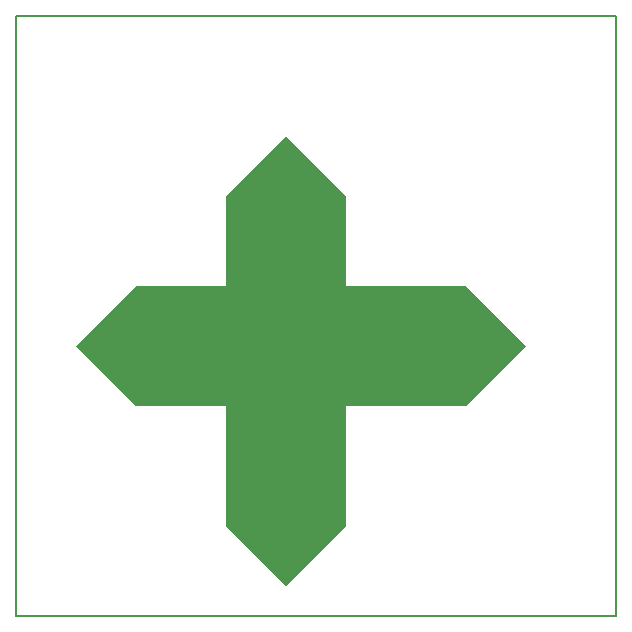
<source format=gtl>
G04 Format statement*
%FSLAX23Y23*%
%MOIN*%
G04 Apeture information*
%ADD10C,.003*%
%ADD11C,.005*%
%ADD12C,.001*%
%ADD13C,.008*%
%ADD14C,.006*%
G04 End of apeture information*
D13*D02*X0Y0*D01*X0Y2000*D02*
D02*X0Y2000*D01*X2000Y2000*D02*
D02*X2000Y0*D01*X2000Y2000*D02*
D02*X0Y0*D01*X2000Y0*D02*
D12*
G36*
X200Y900D02*X400Y700D01*X700Y700D01*X700Y300D01*X900Y100D01*X1100Y300D01*X1100Y700D01*X1500Y700D01*X1700Y900D01*X1500Y1100D01*X1100Y1100D01*X1100Y1400D01*X900Y1600D01*X700Y1400D01*X700Y1100D01*X400Y1100D01*X200Y900D01*G37*D02*
M02*

</source>
